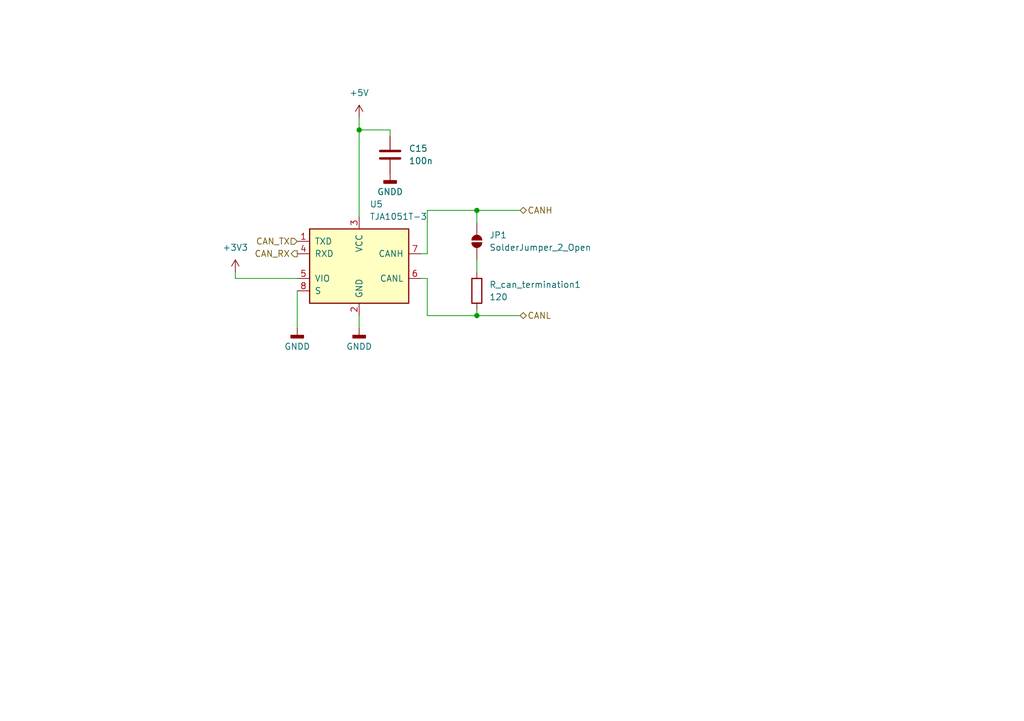
<source format=kicad_sch>
(kicad_sch (version 20250114) (generator "eeschema") (generator_version "9.0")
  (paper "A5")
  (title_block (title "AQUA_VESC") (rev "00"))
  (lib_symbols
    (symbol "Device:C" (pin_numbers (hide yes)) (pin_names (offset 0.254))
      (property "Reference" "C" (at 0.635 2.54 0))
      (property "Value" "C" (at 0.635 -2.54 0))
      (symbol "C_0_1"
        (polyline (pts (xy -2.032 0.762) (xy 2.032 0.762)) (stroke (width 0.508)))
        (polyline (pts (xy -2.032 -0.762) (xy 2.032 -0.762)) (stroke (width 0.508)))
      )
      (symbol "C_1_1"
        (pin passive line (at 0 3.81 270) (length 2.794) (name "~") (number "1"))
        (pin passive line (at 0 -3.81 90) (length 2.794) (name "~") (number "2"))
      )
    )
    (symbol "Device:R" (pin_numbers (hide yes)) (pin_names (offset 0))
      (property "Reference" "R" (at 2.032 0 90))
      (property "Value" "R" (at 0 0 90))
      (symbol "R_0_1"
        (rectangle (start -1.016 -2.54) (end 1.016 2.54) (stroke (width 0.254)))
      )
      (symbol "R_1_1"
        (pin passive line (at 0 3.81 270) (length 1.27) (name "~") (number "1"))
        (pin passive line (at 0 -3.81 90) (length 1.27) (name "~") (number "2"))
      )
    )
    (symbol "Interface_CAN_LIN:TJA1051T-3" (pin_names (offset 1.016))
      (property "Reference" "U" (at -10.16 8.89 0))
      (property "Value" "TJA1051T-3" (at 1.27 8.89 0))
      (symbol "TJA1051T-3_0_1"
        (rectangle (start -10.16 7.62) (end 10.16 -7.62) (stroke (width 0.254)) (fill (type background)))
      )
      (symbol "TJA1051T-3_1_1"
        (pin input line (at -12.7 5.08 0) (length 2.54) (name "TXD") (number "1"))
        (pin output line (at -12.7 2.54 0) (length 2.54) (name "RXD") (number "4"))
        (pin power_in line (at -12.7 -2.54 0) (length 2.54) (name "VIO") (number "5"))
        (pin input line (at -12.7 -5.08 0) (length 2.54) (name "S") (number "8"))
        (pin power_in line (at 0 10.16 270) (length 2.54) (name "VCC") (number "3"))
        (pin power_in line (at 0 -10.16 90) (length 2.54) (name "GND") (number "2"))
        (pin bidirectional line (at 12.7 2.54 180) (length 2.54) (name "CANH") (number "7"))
        (pin bidirectional line (at 12.7 -2.54 180) (length 2.54) (name "CANL") (number "6"))
      )
    )
    (symbol "Jumper:SolderJumper_2_Open" (pin_numbers (hide yes)) (pin_names (offset 0) (hide yes)) (exclude_from_sim yes) (in_bom no)
      (property "Reference" "JP" (at 0 2.032 0))
      (property "Value" "SolderJumper_2_Open" (at 0 -2.54 0))
      (symbol "SolderJumper_2_Open_0_1"
        (polyline (pts (xy -0.254 1.016) (xy -0.254 -1.016)))
        (arc (start -0.254 -1.016) (mid -1.2656 0) (end -0.254 1.016))
        (arc (start -0.254 -1.016) (mid -1.2656 0) (end -0.254 1.016) (fill (type outline)))
        (arc (start 0.254 1.016) (mid 1.2656 0) (end 0.254 -1.016))
        (arc (start 0.254 1.016) (mid 1.2656 0) (end 0.254 -1.016) (fill (type outline)))
        (polyline (pts (xy 0.254 1.016) (xy 0.254 -1.016)))
      )
      (symbol "SolderJumper_2_Open_1_1"
        (pin passive line (at -3.81 0 0) (length 2.54) (name "A") (number "1"))
        (pin passive line (at 3.81 0 180) (length 2.54) (name "B") (number "2"))
      )
    )
    (symbol "power:+3V3" (power) (pin_numbers (hide yes)) (pin_names (offset 0) (hide yes))
      (property "Value" "+3V3" (at 0 3.556 0))
      (symbol "+3V3_0_1"
        (polyline (pts (xy -0.762 1.27) (xy 0 2.54)))
        (polyline (pts (xy 0 2.54) (xy 0.762 1.27)))
        (polyline (pts (xy 0 0) (xy 0 2.54)))
      )
      (symbol "+3V3_1_1"
        (pin power_in line (at 0 0 90) (length 0) (name "~") (number "1"))
      )
    )
    (symbol "power:+5V" (power) (pin_numbers (hide yes)) (pin_names (offset 0) (hide yes))
      (property "Value" "+5V" (at 0 3.556 0))
      (symbol "+5V_0_1"
        (polyline (pts (xy -0.762 1.27) (xy 0 2.54)))
        (polyline (pts (xy 0 2.54) (xy 0.762 1.27)))
        (polyline (pts (xy 0 0) (xy 0 2.54)))
      )
      (symbol "+5V_1_1"
        (pin power_in line (at 0 0 90) (length 0) (name "~") (number "1"))
      )
    )
    (symbol "power:GNDD" (power) (pin_numbers (hide yes)) (pin_names (offset 0) (hide yes))
      (property "Value" "GNDD" (at 0 -3.175 0))
      (symbol "GNDD_0_1"
        (rectangle (start -1.27 -1.524) (end 1.27 -2.032) (stroke (width 0.254)) (fill (type outline)))
        (polyline (pts (xy 0 0) (xy 0 -1.524)))
      )
      (symbol "GNDD_1_1"
        (pin power_in line (at 0 0 270) (length 0) (name "~") (number "1"))
      )
    )
  )
  (junction (at 97.79 64.77))
  (junction (at 97.79 43.18))
  (junction (at 73.66 26.67))
  (wire (pts (xy 87.63 52.07) (xy 86.36 52.07)))
  (wire (pts (xy 87.63 43.18) (xy 97.79 43.18)))
  (wire (pts (xy 73.66 24.13) (xy 73.66 26.67)))
  (wire (pts (xy 80.01 26.67) (xy 73.66 26.67)))
  (wire (pts (xy 87.63 57.15) (xy 87.63 64.77)))
  (wire (pts (xy 97.79 43.18) (xy 106.68 43.18)))
  (wire (pts (xy 60.96 57.15) (xy 48.26 57.15)))
  (wire (pts (xy 60.96 59.69) (xy 60.96 67.31)))
  (wire (pts (xy 97.79 43.18) (xy 97.79 45.72)))
  (wire (pts (xy 73.66 67.31) (xy 73.66 64.77)))
  (wire (pts (xy 87.63 52.07) (xy 87.63 43.18)))
  (wire (pts (xy 87.63 57.15) (xy 86.36 57.15)))
  (wire (pts (xy 73.66 26.67) (xy 73.66 44.45)))
  (wire (pts (xy 80.01 27.94) (xy 80.01 26.67)))
  (wire (pts (xy 87.63 64.77) (xy 97.79 64.77)))
  (wire (pts (xy 97.79 64.77) (xy 106.68 64.77)))
  (wire (pts (xy 48.26 57.15) (xy 48.26 55.88)))
  (wire (pts (xy 97.79 63.5) (xy 97.79 64.77)))
  (wire (pts (xy 97.79 53.34) (xy 97.79 55.88)))
  (hierarchical_label "CANL" (shape bidirectional) (at 106.68 64.77 0))
  (hierarchical_label "CAN_TX" (shape input) (at 60.96 49.53 180))
  (hierarchical_label "CANH" (shape bidirectional) (at 106.68 43.18 0))
  (hierarchical_label "CAN_RX" (shape output) (at 60.96 52.07 180))
  (symbol (lib_id "Device:C") (at 80.01 31.75 0) (unit 1)
    (property "Reference" "C15" (at 83.82 30.4799 0) (effects (justify left)))
    (property "Value" "100n" (at 83.82 33.0199 0) (effects (justify left)))
    (property "Footprint" "Capacitor_SMD:C_0603_1608Metric" (effects (hide yes)))
    (property "Description" "Unpolarized capacitor" (effects (hide yes)))
  )
  (symbol (lib_id "Device:R") (at 97.79 59.69 0) (unit 1)
    (property "Reference" "R_can_termination1" (at 100.33 58.4199 0) (effects (justify left)))
    (property "Value" "120" (at 100.33 60.9599 0) (effects (justify left)))
    (property "Footprint" "Resistor_SMD:R_0805_2012Metric" (effects (hide yes)))
    (property "Description" "Resistor" (effects (hide yes)))
  )
  (symbol (lib_id "power:GNDD") (at 73.66 67.31 0) (unit 1)
    (property "Reference" "#PWR042" (effects (hide yes)))
    (property "Value" "GNDD" (at 73.66 71.12 0))
    (property "Description" "Power symbol creates a global label with name \"GNDD\" , digital ground" (effects (hide yes)))
  )
  (symbol (lib_id "power:+5V") (at 73.66 24.13 0) (unit 1)
    (property "Reference" "#PWR041" (effects (hide yes)))
    (property "Value" "+5V" (at 73.66 19.05 0))
    (property "Description" "Power symbol creates a global label with name \"+5V\"" (effects (hide yes)))
  )
  (symbol (lib_id "Jumper:SolderJumper_2_Open") (at 97.79 49.53 90) (unit 1) (exclude_from_sim yes) (in_bom no)
    (property "Reference" "JP1" (at 100.33 48.2599 90) (effects (justify right)))
    (property "Value" "SolderJumper_2_Open" (at 100.33 50.7999 90) (effects (justify right)))
    (property "Footprint" "Jumper:SolderJumper-2_P1.3mm_Open_RoundedPad1.0x1.5mm" (effects (hide yes)))
    (property "Description" "Solder Jumper, 2-pole, open" (effects (hide yes)))
  )
  (symbol (lib_id "power:GNDD") (at 60.96 67.31 0) (unit 1)
    (property "Reference" "#PWR040" (effects (hide yes)))
    (property "Value" "GNDD" (at 60.96 71.12 0))
    (property "Description" "Power symbol creates a global label with name \"GNDD\" , digital ground" (effects (hide yes)))
  )
  (symbol (lib_id "Interface_CAN_LIN:TJA1051T-3") (at 73.66 54.61 0) (unit 1)
    (property "Reference" "U5" (at 75.8033 41.91 0) (effects (justify left)))
    (property "Value" "TJA1051T-3" (at 75.8033 44.45 0) (effects (justify left)))
    (property "Footprint" "Package_SO:SOIC-8_3.9x4.9mm_P1.27mm" (effects (hide yes)))
    (property "Datasheet" "http://www.nxp.com/docs/en/data-sheet/TJA1051.pdf" (effects (hide yes)))
    (property "Description" "High-Speed CAN Transceiver, separate VIO, silent mode, SOIC-8" (effects (hide yes)))
  )
  (symbol (lib_id "power:GNDD") (at 80.01 35.56 0) (unit 1)
    (property "Reference" "#PWR043" (effects (hide yes)))
    (property "Value" "GNDD" (at 80.01 39.37 0))
    (property "Description" "Power symbol creates a global label with name \"GNDD\" , digital ground" (effects (hide yes)))
  )
  (symbol (lib_id "power:+3V3") (at 48.26 55.88 0) (unit 1)
    (property "Reference" "#PWR039" (effects (hide yes)))
    (property "Value" "+3V3" (at 48.26 50.8 0))
    (property "Description" "Power symbol creates a global label with name \"+3V3\"" (effects (hide yes)))
  )
)
</source>
